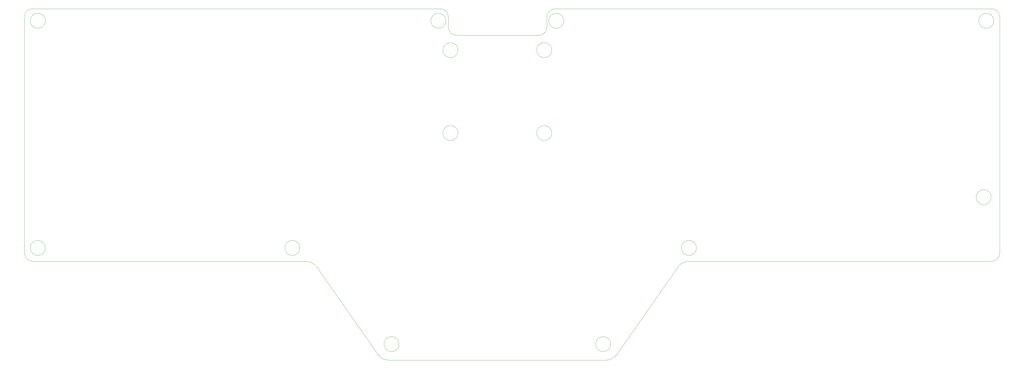
<source format=gbr>
%TF.GenerationSoftware,KiCad,Pcbnew,(6.0.10)*%
%TF.CreationDate,2023-02-07T21:59:56+13:00*%
%TF.ProjectId,orthoCode,6f727468-6f43-46f6-9465-2e6b69636164,rev?*%
%TF.SameCoordinates,Original*%
%TF.FileFunction,Profile,NP*%
%FSLAX46Y46*%
G04 Gerber Fmt 4.6, Leading zero omitted, Abs format (unit mm)*
G04 Created by KiCad (PCBNEW (6.0.10)) date 2023-02-07 21:59:56*
%MOMM*%
%LPD*%
G01*
G04 APERTURE LIST*
%TA.AperFunction,Profile*%
%ADD10C,0.050000*%
%TD*%
G04 APERTURE END LIST*
D10*
X187800000Y-73000000D02*
G75*
G03*
X187800000Y-73000000I-2800000J0D01*
G01*
X386978680Y-151999980D02*
G75*
G03*
X389978680Y-149000000I20J2999980D01*
G01*
X227300000Y-62000000D02*
G75*
G03*
X227300000Y-62000000I-2800000J0D01*
G01*
X184200000Y-64400000D02*
G75*
G03*
X187200000Y-67400000I3000000J0D01*
G01*
X276800000Y-147000000D02*
G75*
G03*
X276800000Y-147000000I-2800000J0D01*
G01*
X274000001Y-152007245D02*
G75*
G03*
X270000000Y-154000000I101099J-5213855D01*
G01*
X29000000Y-152000000D02*
X131000000Y-152007217D01*
X387800000Y-62000000D02*
G75*
G03*
X387800000Y-62000000I-2800000J0D01*
G01*
X243099201Y-189000001D02*
X161900799Y-189000000D01*
X165800000Y-183000000D02*
G75*
G03*
X165800000Y-183000000I-2800000J0D01*
G01*
X244800000Y-183000000D02*
G75*
G03*
X244800000Y-183000000I-2800000J0D01*
G01*
X218000000Y-67400000D02*
G75*
G03*
X221000000Y-64400000I0J3000000D01*
G01*
X29000000Y-57500000D02*
G75*
G03*
X26000000Y-60500000I0J-3000000D01*
G01*
X33800000Y-147000000D02*
G75*
G03*
X33800000Y-147000000I-2800000J0D01*
G01*
X26000000Y-60500000D02*
X26000000Y-149000000D01*
X270000000Y-154000000D02*
X247000000Y-187000601D01*
X187200000Y-67400000D02*
X218000000Y-67400000D01*
X221000000Y-60521320D02*
X221000000Y-64400000D01*
X389978680Y-60521320D02*
X389978680Y-149000000D01*
X26000000Y-149000000D02*
G75*
G03*
X29000000Y-152000000I3000000J0D01*
G01*
X184199980Y-60521320D02*
G75*
G03*
X181200000Y-57521320I-2999980J20D01*
G01*
X181200000Y-57521320D02*
X29000000Y-57500000D01*
X33800000Y-62000000D02*
G75*
G03*
X33800000Y-62000000I-2800000J0D01*
G01*
X184200000Y-60521320D02*
X184200000Y-64400000D01*
X386978680Y-152000000D02*
X274000000Y-152007217D01*
X222800000Y-73000000D02*
G75*
G03*
X222800000Y-73000000I-2800000J0D01*
G01*
X243099201Y-189000001D02*
G75*
G03*
X247000000Y-187000601I-100001J5000001D01*
G01*
X158000000Y-187000600D02*
G75*
G03*
X161900799Y-189000000I4000800J3000600D01*
G01*
X222800000Y-104000000D02*
G75*
G03*
X222800000Y-104000000I-2800000J0D01*
G01*
X386978680Y-57521320D02*
X224000000Y-57521320D01*
X135000000Y-154000000D02*
X158000000Y-187000600D01*
X183300000Y-62000000D02*
G75*
G03*
X183300000Y-62000000I-2800000J0D01*
G01*
X389978680Y-60521320D02*
G75*
G03*
X386978680Y-57521320I-2999980J20D01*
G01*
X386800000Y-128000000D02*
G75*
G03*
X386800000Y-128000000I-2800000J0D01*
G01*
X187800000Y-104000000D02*
G75*
G03*
X187800000Y-104000000I-2800000J0D01*
G01*
X128800000Y-147000000D02*
G75*
G03*
X128800000Y-147000000I-2800000J0D01*
G01*
X224000000Y-57521300D02*
G75*
G03*
X221000000Y-60521320I0J-3000000D01*
G01*
X134999992Y-154000006D02*
G75*
G03*
X131000000Y-152007217I-4101092J-3220994D01*
G01*
M02*

</source>
